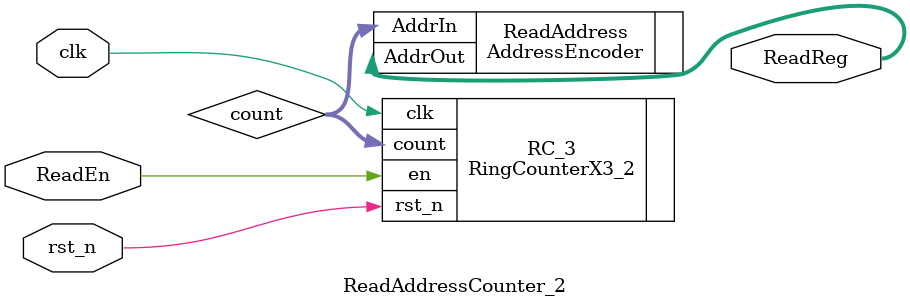
<source format=v>
`timescale 1ns / 1ps


module ReadAddressCounter_2(ReadEn, clk, rst_n, ReadReg);
    input ReadEn, clk, rst_n;
    output [3:0] ReadReg;
    
    wire [14:0] count;
    
    RingCounterX3_2 RC_3 (.en(ReadEn), .clk(clk), .rst_n(rst_n), .count(count));
    AddressEncoder ReadAddress (.AddrIn(count), .AddrOut(ReadReg));
endmodule

</source>
